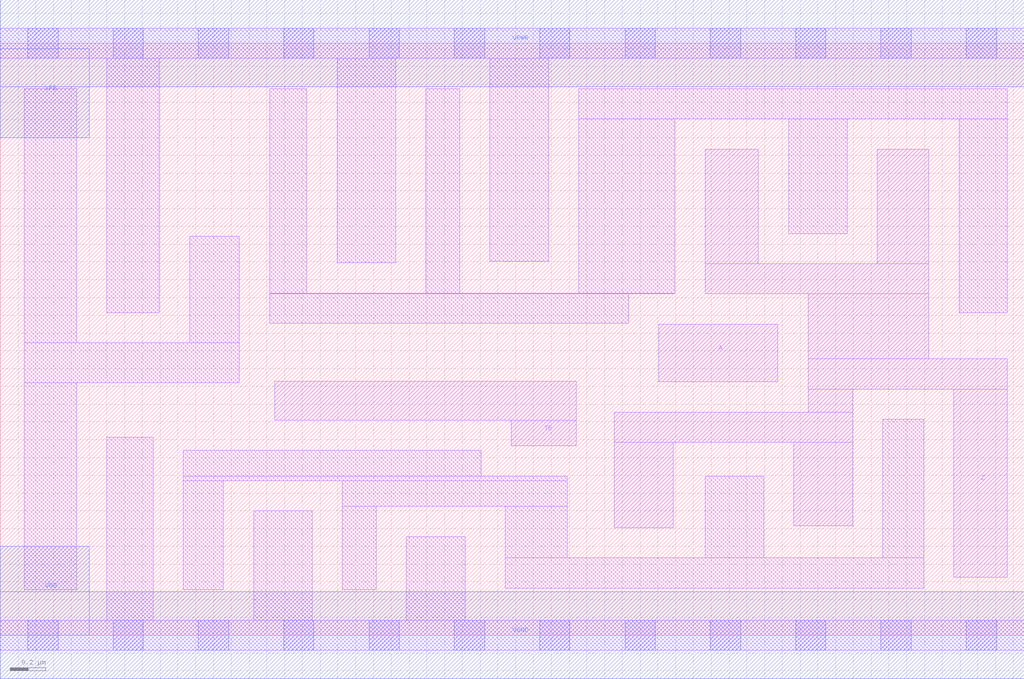
<source format=lef>
# Copyright 2020 The SkyWater PDK Authors
#
# Licensed under the Apache License, Version 2.0 (the "License");
# you may not use this file except in compliance with the License.
# You may obtain a copy of the License at
#
#     https://www.apache.org/licenses/LICENSE-2.0
#
# Unless required by applicable law or agreed to in writing, software
# distributed under the License is distributed on an "AS IS" BASIS,
# WITHOUT WARRANTIES OR CONDITIONS OF ANY KIND, either express or implied.
# See the License for the specific language governing permissions and
# limitations under the License.
#
# SPDX-License-Identifier: Apache-2.0

VERSION 5.5 ;
NAMESCASESENSITIVE ON ;
BUSBITCHARS "[]" ;
DIVIDERCHAR "/" ;
MACRO sky130_fd_sc_lp__einvp_4
  CLASS CORE ;
  SOURCE USER ;
  ORIGIN  0.000000  0.000000 ;
  SIZE  5.760000 BY  3.330000 ;
  SYMMETRY X Y R90 ;
  SITE unit ;
  PIN A
    ANTENNAGATEAREA  1.260000 ;
    DIRECTION INPUT ;
    USE SIGNAL ;
    PORT
      LAYER li1 ;
        RECT 3.705000 1.425000 4.375000 1.750000 ;
    END
  END A
  PIN TE
    ANTENNAGATEAREA  0.819000 ;
    DIRECTION INPUT ;
    USE SIGNAL ;
    PORT
      LAYER li1 ;
        RECT 1.545000 1.210000 3.240000 1.430000 ;
        RECT 2.875000 1.065000 3.240000 1.210000 ;
    END
  END TE
  PIN Z
    ANTENNADIFFAREA  1.520400 ;
    DIRECTION OUTPUT ;
    USE SIGNAL ;
    PORT
      LAYER li1 ;
        RECT 3.455000 0.605000 3.785000 1.085000 ;
        RECT 3.455000 1.085000 4.795000 1.255000 ;
        RECT 3.965000 1.920000 5.225000 2.090000 ;
        RECT 3.965000 2.090000 4.265000 2.735000 ;
        RECT 4.465000 0.615000 4.795000 1.085000 ;
        RECT 4.545000 1.255000 4.795000 1.385000 ;
        RECT 4.545000 1.385000 5.665000 1.555000 ;
        RECT 4.545000 1.555000 5.225000 1.920000 ;
        RECT 4.935000 2.090000 5.225000 2.735000 ;
        RECT 5.365000 0.325000 5.665000 1.385000 ;
    END
  END Z
  PIN VGND
    DIRECTION INOUT ;
    USE GROUND ;
    PORT
      LAYER met1 ;
        RECT 0.000000 -0.245000 5.760000 0.245000 ;
    END
  END VGND
  PIN VNB
    DIRECTION INOUT ;
    USE GROUND ;
    PORT
      LAYER met1 ;
        RECT 0.000000 0.000000 0.500000 0.500000 ;
    END
  END VNB
  PIN VPB
    DIRECTION INOUT ;
    USE POWER ;
    PORT
      LAYER met1 ;
        RECT 0.000000 2.800000 0.500000 3.300000 ;
    END
  END VPB
  PIN VPWR
    DIRECTION INOUT ;
    USE POWER ;
    PORT
      LAYER met1 ;
        RECT 0.000000 3.085000 5.760000 3.575000 ;
    END
  END VPWR
  OBS
    LAYER li1 ;
      RECT 0.000000 -0.085000 5.760000 0.085000 ;
      RECT 0.000000  3.245000 5.760000 3.415000 ;
      RECT 0.135000  0.255000 0.430000 1.420000 ;
      RECT 0.135000  1.420000 1.345000 1.645000 ;
      RECT 0.135000  1.645000 0.430000 3.075000 ;
      RECT 0.600000  0.085000 0.860000 1.115000 ;
      RECT 0.600000  1.815000 0.895000 3.245000 ;
      RECT 1.030000  0.255000 1.255000 0.870000 ;
      RECT 1.030000  0.870000 3.190000 0.895000 ;
      RECT 1.030000  0.895000 2.705000 1.040000 ;
      RECT 1.065000  1.645000 1.345000 2.245000 ;
      RECT 1.425000  0.085000 1.755000 0.700000 ;
      RECT 1.515000  1.755000 3.535000 1.920000 ;
      RECT 1.515000  1.920000 3.795000 1.925000 ;
      RECT 1.515000  1.925000 1.725000 3.075000 ;
      RECT 1.895000  2.095000 2.225000 3.245000 ;
      RECT 1.925000  0.255000 2.115000 0.725000 ;
      RECT 1.925000  0.725000 3.190000 0.870000 ;
      RECT 2.285000  0.085000 2.615000 0.555000 ;
      RECT 2.395000  1.925000 2.585000 3.075000 ;
      RECT 2.755000  2.105000 3.085000 3.245000 ;
      RECT 2.840000  0.265000 5.195000 0.435000 ;
      RECT 2.840000  0.435000 3.190000 0.725000 ;
      RECT 3.255000  1.925000 3.795000 2.905000 ;
      RECT 3.255000  2.905000 5.665000 3.075000 ;
      RECT 3.965000  0.435000 4.295000 0.895000 ;
      RECT 4.435000  2.260000 4.765000 2.905000 ;
      RECT 4.965000  0.435000 5.195000 1.215000 ;
      RECT 5.395000  1.815000 5.665000 2.905000 ;
    LAYER mcon ;
      RECT 0.155000 -0.085000 0.325000 0.085000 ;
      RECT 0.155000  3.245000 0.325000 3.415000 ;
      RECT 0.635000 -0.085000 0.805000 0.085000 ;
      RECT 0.635000  3.245000 0.805000 3.415000 ;
      RECT 1.115000 -0.085000 1.285000 0.085000 ;
      RECT 1.115000  3.245000 1.285000 3.415000 ;
      RECT 1.595000 -0.085000 1.765000 0.085000 ;
      RECT 1.595000  3.245000 1.765000 3.415000 ;
      RECT 2.075000 -0.085000 2.245000 0.085000 ;
      RECT 2.075000  3.245000 2.245000 3.415000 ;
      RECT 2.555000 -0.085000 2.725000 0.085000 ;
      RECT 2.555000  3.245000 2.725000 3.415000 ;
      RECT 3.035000 -0.085000 3.205000 0.085000 ;
      RECT 3.035000  3.245000 3.205000 3.415000 ;
      RECT 3.515000 -0.085000 3.685000 0.085000 ;
      RECT 3.515000  3.245000 3.685000 3.415000 ;
      RECT 3.995000 -0.085000 4.165000 0.085000 ;
      RECT 3.995000  3.245000 4.165000 3.415000 ;
      RECT 4.475000 -0.085000 4.645000 0.085000 ;
      RECT 4.475000  3.245000 4.645000 3.415000 ;
      RECT 4.955000 -0.085000 5.125000 0.085000 ;
      RECT 4.955000  3.245000 5.125000 3.415000 ;
      RECT 5.435000 -0.085000 5.605000 0.085000 ;
      RECT 5.435000  3.245000 5.605000 3.415000 ;
  END
END sky130_fd_sc_lp__einvp_4

</source>
